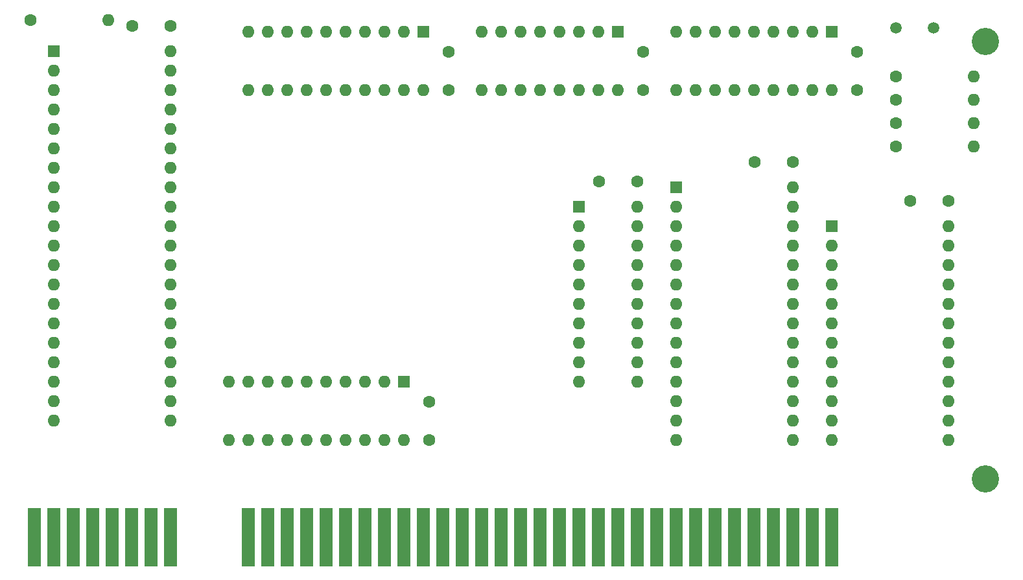
<source format=gbr>
G04 #@! TF.GenerationSoftware,KiCad,Pcbnew,(5.1.8)-1*
G04 #@! TF.CreationDate,2022-04-05T10:35:22-06:00*
G04 #@! TF.ProjectId,8088,38303838-2e6b-4696-9361-645f70636258,rev?*
G04 #@! TF.SameCoordinates,Original*
G04 #@! TF.FileFunction,Soldermask,Top*
G04 #@! TF.FilePolarity,Negative*
%FSLAX46Y46*%
G04 Gerber Fmt 4.6, Leading zero omitted, Abs format (unit mm)*
G04 Created by KiCad (PCBNEW (5.1.8)-1) date 2022-04-05 10:35:22*
%MOMM*%
%LPD*%
G01*
G04 APERTURE LIST*
%ADD10C,1.600000*%
%ADD11C,1.500000*%
%ADD12O,1.600000X1.600000*%
%ADD13R,1.600000X1.600000*%
%ADD14R,1.780000X7.620000*%
%ADD15C,3.556000*%
G04 APERTURE END LIST*
D10*
G04 #@! TO.C,C1*
X75176380Y-62966600D03*
X70176380Y-62966600D03*
G04 #@! TD*
D11*
G04 #@! TO.C,Y1*
X174818380Y-63220600D03*
X169918380Y-63220600D03*
G04 #@! TD*
D12*
G04 #@! TO.C,U5*
X133596380Y-71348600D03*
X115816380Y-63728600D03*
X131056380Y-71348600D03*
X118356380Y-63728600D03*
X128516380Y-71348600D03*
X120896380Y-63728600D03*
X125976380Y-71348600D03*
X123436380Y-63728600D03*
X123436380Y-71348600D03*
X125976380Y-63728600D03*
X120896380Y-71348600D03*
X128516380Y-63728600D03*
X118356380Y-71348600D03*
X131056380Y-63728600D03*
X115816380Y-71348600D03*
D13*
X133596380Y-63728600D03*
G04 #@! TD*
D12*
G04 #@! TO.C,U8*
X176776380Y-89128600D03*
X161536380Y-117068600D03*
X176776380Y-91668600D03*
X161536380Y-114528600D03*
X176776380Y-94208600D03*
X161536380Y-111988600D03*
X176776380Y-96748600D03*
X161536380Y-109448600D03*
X176776380Y-99288600D03*
X161536380Y-106908600D03*
X176776380Y-101828600D03*
X161536380Y-104368600D03*
X176776380Y-104368600D03*
X161536380Y-101828600D03*
X176776380Y-106908600D03*
X161536380Y-99288600D03*
X176776380Y-109448600D03*
X161536380Y-96748600D03*
X176776380Y-111988600D03*
X161536380Y-94208600D03*
X176776380Y-114528600D03*
X161536380Y-91668600D03*
X176776380Y-117068600D03*
D13*
X161536380Y-89128600D03*
G04 #@! TD*
D12*
G04 #@! TO.C,U7*
X156456380Y-84048600D03*
X141216380Y-117068600D03*
X156456380Y-86588600D03*
X141216380Y-114528600D03*
X156456380Y-89128600D03*
X141216380Y-111988600D03*
X156456380Y-91668600D03*
X141216380Y-109448600D03*
X156456380Y-94208600D03*
X141216380Y-106908600D03*
X156456380Y-96748600D03*
X141216380Y-104368600D03*
X156456380Y-99288600D03*
X141216380Y-101828600D03*
X156456380Y-101828600D03*
X141216380Y-99288600D03*
X156456380Y-104368600D03*
X141216380Y-96748600D03*
X156456380Y-106908600D03*
X141216380Y-94208600D03*
X156456380Y-109448600D03*
X141216380Y-91668600D03*
X156456380Y-111988600D03*
X141216380Y-89128600D03*
X156456380Y-114528600D03*
X141216380Y-86588600D03*
X156456380Y-117068600D03*
D13*
X141216380Y-84048600D03*
G04 #@! TD*
D12*
G04 #@! TO.C,U1*
X75176380Y-66268600D03*
X59936380Y-114528600D03*
X75176380Y-68808600D03*
X59936380Y-111988600D03*
X75176380Y-71348600D03*
X59936380Y-109448600D03*
X75176380Y-73888600D03*
X59936380Y-106908600D03*
X75176380Y-76428600D03*
X59936380Y-104368600D03*
X75176380Y-78968600D03*
X59936380Y-101828600D03*
X75176380Y-81508600D03*
X59936380Y-99288600D03*
X75176380Y-84048600D03*
X59936380Y-96748600D03*
X75176380Y-86588600D03*
X59936380Y-94208600D03*
X75176380Y-89128600D03*
X59936380Y-91668600D03*
X75176380Y-91668600D03*
X59936380Y-89128600D03*
X75176380Y-94208600D03*
X59936380Y-86588600D03*
X75176380Y-96748600D03*
X59936380Y-84048600D03*
X75176380Y-99288600D03*
X59936380Y-81508600D03*
X75176380Y-101828600D03*
X59936380Y-78968600D03*
X75176380Y-104368600D03*
X59936380Y-76428600D03*
X75176380Y-106908600D03*
X59936380Y-73888600D03*
X75176380Y-109448600D03*
X59936380Y-71348600D03*
X75176380Y-111988600D03*
X59936380Y-68808600D03*
X75176380Y-114528600D03*
D13*
X59936380Y-66268600D03*
G04 #@! TD*
D12*
G04 #@! TO.C,U6*
X161536380Y-71348600D03*
X141216380Y-63728600D03*
X158996380Y-71348600D03*
X143756380Y-63728600D03*
X156456380Y-71348600D03*
X146296380Y-63728600D03*
X153916380Y-71348600D03*
X148836380Y-63728600D03*
X151376380Y-71348600D03*
X151376380Y-63728600D03*
X148836380Y-71348600D03*
X153916380Y-63728600D03*
X146296380Y-71348600D03*
X156456380Y-63728600D03*
X143756380Y-71348600D03*
X158996380Y-63728600D03*
X141216380Y-71348600D03*
D13*
X161536380Y-63728600D03*
G04 #@! TD*
D12*
G04 #@! TO.C,R4*
X180078380Y-75666600D03*
D10*
X169918380Y-75666600D03*
G04 #@! TD*
D12*
G04 #@! TO.C,R2*
X180078380Y-69570600D03*
D10*
X169918380Y-69570600D03*
G04 #@! TD*
D12*
G04 #@! TO.C,R3*
X180078380Y-72618600D03*
D10*
X169918380Y-72618600D03*
G04 #@! TD*
D12*
G04 #@! TO.C,R1*
X67048380Y-62204600D03*
D10*
X56888380Y-62204600D03*
G04 #@! TD*
D12*
G04 #@! TO.C,R5*
X180078380Y-78714600D03*
D10*
X169918380Y-78714600D03*
G04 #@! TD*
G04 #@! TO.C,C8*
X176776380Y-85826600D03*
X171776380Y-85826600D03*
G04 #@! TD*
G04 #@! TO.C,C7*
X156456380Y-80746600D03*
X151456380Y-80746600D03*
G04 #@! TD*
G04 #@! TO.C,C6*
X164838380Y-71348600D03*
X164838380Y-66348600D03*
G04 #@! TD*
G04 #@! TO.C,C5*
X136898380Y-71348600D03*
X136898380Y-66348600D03*
G04 #@! TD*
D14*
G04 #@! TO.C,J1*
X57396380Y-129768600D03*
X59936380Y-129768600D03*
X62476380Y-129768600D03*
X65016380Y-129768600D03*
X67556380Y-129768600D03*
X70096380Y-129768600D03*
X72636380Y-129768600D03*
X75176380Y-129768600D03*
G04 #@! TD*
D12*
G04 #@! TO.C,U4*
X136136380Y-86588600D03*
X128516380Y-109448600D03*
X136136380Y-89128600D03*
X128516380Y-106908600D03*
X136136380Y-91668600D03*
X128516380Y-104368600D03*
X136136380Y-94208600D03*
X128516380Y-101828600D03*
X136136380Y-96748600D03*
X128516380Y-99288600D03*
X136136380Y-99288600D03*
X128516380Y-96748600D03*
X136136380Y-101828600D03*
X128516380Y-94208600D03*
X136136380Y-104368600D03*
X128516380Y-91668600D03*
X136136380Y-106908600D03*
X128516380Y-89128600D03*
X136136380Y-109448600D03*
D13*
X128516380Y-86588600D03*
G04 #@! TD*
D12*
G04 #@! TO.C,U2*
X108196380Y-71348600D03*
X85336380Y-63728600D03*
X105656380Y-71348600D03*
X87876380Y-63728600D03*
X103116380Y-71348600D03*
X90416380Y-63728600D03*
X100576380Y-71348600D03*
X92956380Y-63728600D03*
X98036380Y-71348600D03*
X95496380Y-63728600D03*
X95496380Y-71348600D03*
X98036380Y-63728600D03*
X92956380Y-71348600D03*
X100576380Y-63728600D03*
X90416380Y-71348600D03*
X103116380Y-63728600D03*
X87876380Y-71348600D03*
X105656380Y-63728600D03*
X85336380Y-71348600D03*
D13*
X108196380Y-63728600D03*
G04 #@! TD*
D12*
G04 #@! TO.C,U3*
X105656380Y-117068600D03*
X82796380Y-109448600D03*
X103116380Y-117068600D03*
X85336380Y-109448600D03*
X100576380Y-117068600D03*
X87876380Y-109448600D03*
X98036380Y-117068600D03*
X90416380Y-109448600D03*
X95496380Y-117068600D03*
X92956380Y-109448600D03*
X92956380Y-117068600D03*
X95496380Y-109448600D03*
X90416380Y-117068600D03*
X98036380Y-109448600D03*
X87876380Y-117068600D03*
X100576380Y-109448600D03*
X85336380Y-117068600D03*
X103116380Y-109448600D03*
X82796380Y-117068600D03*
D13*
X105656380Y-109448600D03*
G04 #@! TD*
D10*
G04 #@! TO.C,C4*
X136136380Y-83286600D03*
X131136380Y-83286600D03*
G04 #@! TD*
G04 #@! TO.C,C3*
X108958380Y-117068600D03*
X108958380Y-112068600D03*
G04 #@! TD*
G04 #@! TO.C,C2*
X111498380Y-71348600D03*
X111498380Y-66348600D03*
G04 #@! TD*
D14*
G04 #@! TO.C,J9*
X85336380Y-129768600D03*
X87876380Y-129768600D03*
X90416380Y-129768600D03*
X92956380Y-129768600D03*
X95496380Y-129768600D03*
X98036380Y-129768600D03*
X100576380Y-129768600D03*
X103116380Y-129768600D03*
X105656380Y-129768600D03*
X108196380Y-129768600D03*
X110736380Y-129768600D03*
X113276380Y-129768600D03*
X115816380Y-129768600D03*
X118356380Y-129768600D03*
X120896380Y-129768600D03*
X123436380Y-129768600D03*
X125976380Y-129768600D03*
X128516380Y-129768600D03*
X131056380Y-129768600D03*
X133596380Y-129768600D03*
X136136380Y-129768600D03*
X138676380Y-129768600D03*
X141216380Y-129768600D03*
X143756380Y-129768600D03*
X146296380Y-129768600D03*
X148836380Y-129768600D03*
X151376380Y-129768600D03*
X153916380Y-129768600D03*
X156456380Y-129768600D03*
X158996380Y-129768600D03*
X161536380Y-129768600D03*
G04 #@! TD*
D15*
G04 #@! TO.C,R*
X181602380Y-122148600D03*
G04 #@! TD*
G04 #@! TO.C,R*
X181602380Y-64998600D03*
G04 #@! TD*
M02*

</source>
